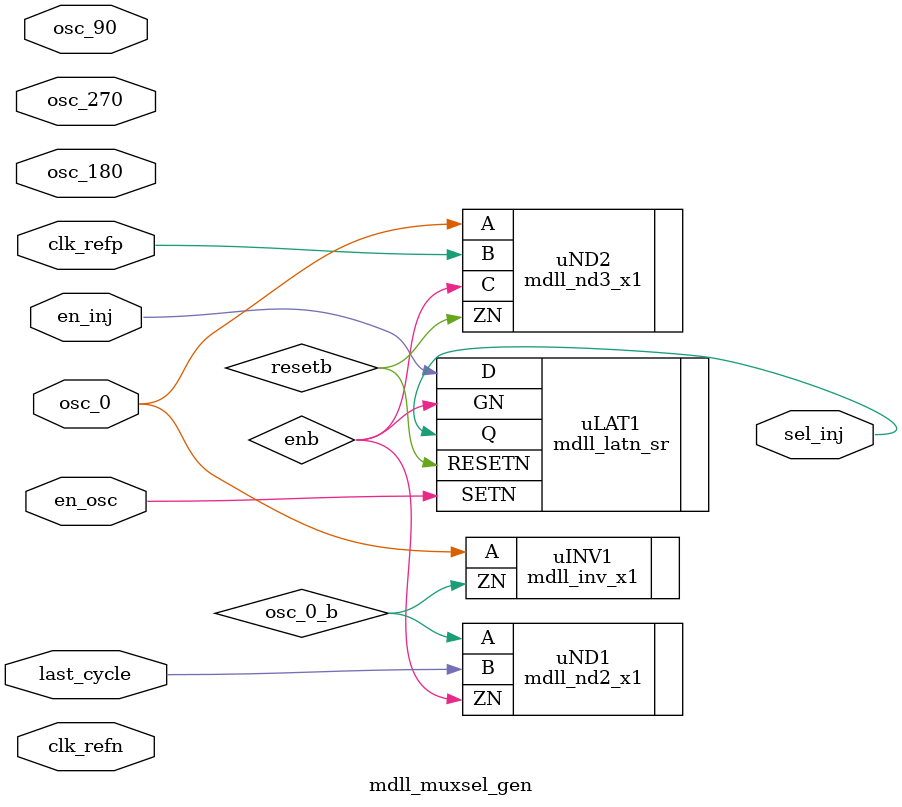
<source format=sv>
/****************************************************************

Copyright (c) #YEAR# #LICENSOR#. All rights reserved.

The information and source code contained herein is the 
property of #LICENSOR#, and may not be disclosed or
reproduced in whole or in part without explicit written 
authorization from #LICENSOR#.

* Filename   : mdll_muxsel_gen.sv
* Author     : Byongchan Lim (bclim@alumni.stanford.edu)
* Description:
  - Generates a MUX select signal of the injection oscillator.

* Note       :
  -

* Todo       :

* Fixme      :
  -

* Revision   :
  - 00/00/00: Initial commit

****************************************************************/


module mdll_muxsel_gen #(
// parameters here
) (
// I/Os here
    input clk_refp,
    input clk_refn,
    input osc_0,      // injection osc. 0 degree (before mux)
    input osc_90,     // for load balancing
    input osc_180,    // for load balancing
    input osc_270,    // for load balancing
    input en_osc,
	input en_inj,		// enable injection; active high
	input last_cycle,	// flag indicating feedback divider in its last cycle of the input clock
	output reg sel_inj	// mux select; 1: reference clock; 0: oscillator clock
);

//synopsys translate_off
timeunit 1fs;
timeprecision 1fs;
//synopsys translate_on

//---------------------
// VARIABLES, WIRES
//---------------------

wire osc_0_b;
//wire osc_0_bb;
wire enb;
wire resetb;
wire tiehigh;

//---------------------
// INSTANTIATION
//---------------------

mdll_tieh uTIEH ( .HI(tiehigh) );

// ignored miller effect
mdll_inv_x1 uDMY1 ( .A(osc_90), .ZN() );
mdll_inv_x1 uDMY2 ( .A(osc_180), .ZN() );
mdll_inv_x1 uDMY3 ( .A(osc_270), .ZN() );

// muxsel logic
mdll_inv_x1 uINV1 ( .A(osc_0), .ZN(osc_0_b) );
//mdll_inv_x1 uINV2 ( .A(osc_0_b), .ZN(osc_0_bb) );
mdll_nd2_x1 uND1 ( .A(osc_0_b), .B(last_cycle), .ZN(enb) );
//mdll_nd3_x1 uND2 ( .A(osc_0_bb), .B(clk_refp), .C(enb), .ZN(resetb) );
mdll_nd3_x1 uND2 ( .A(osc_0), .B(clk_refp), .C(enb), .ZN(resetb) );
mdll_nd3_x1 uND2_DMY ( .A(tiehigh), .B(clk_refn), .C(tiehigh), .ZN() );
mdll_latn_sr uLAT1 ( .Q(sel_inj), .D(en_inj), .SETN(en_osc), .GN(enb), .RESETN(resetb) );


//---------------------
// COMBINATIONAL
//---------------------


//---------------------
// SEQ
//---------------------


//---------------------
// OTHERS
//---------------------

//synopsys translate_off

//synopsys translate_on


endmodule

</source>
